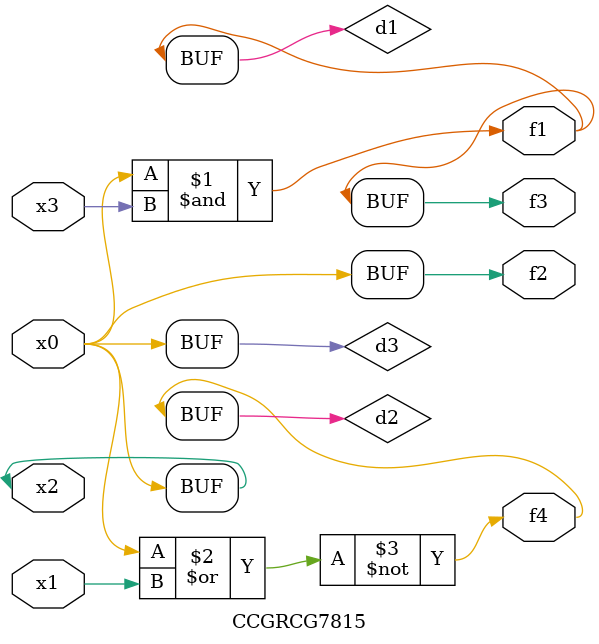
<source format=v>
module CCGRCG7815(
	input x0, x1, x2, x3,
	output f1, f2, f3, f4
);

	wire d1, d2, d3;

	and (d1, x2, x3);
	nor (d2, x0, x1);
	buf (d3, x0, x2);
	assign f1 = d1;
	assign f2 = d3;
	assign f3 = d1;
	assign f4 = d2;
endmodule

</source>
